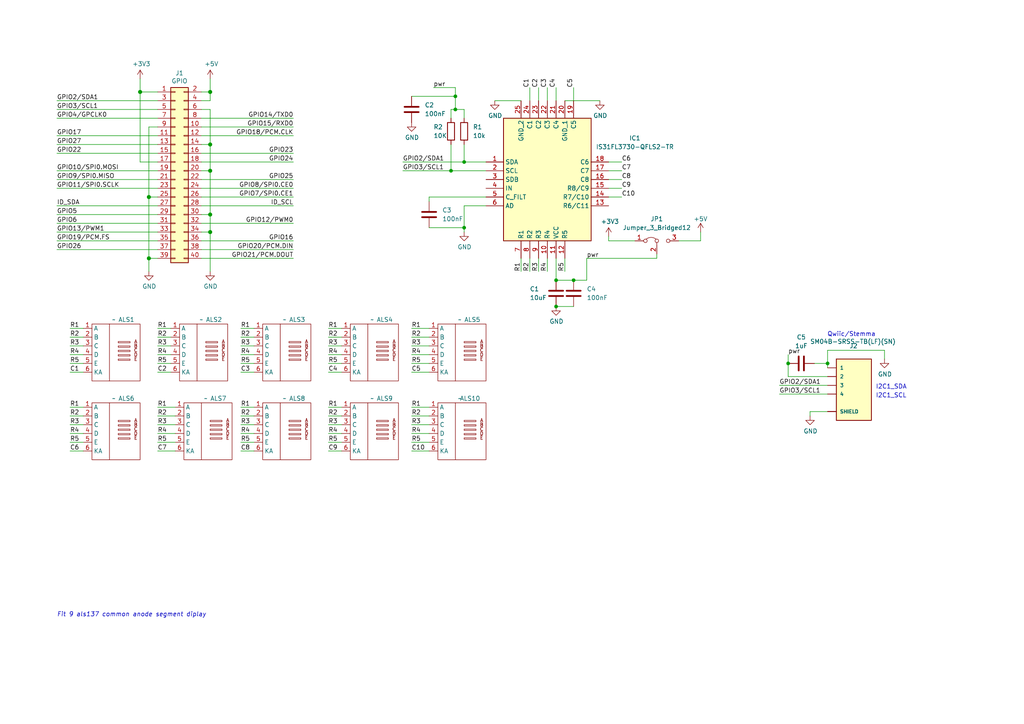
<source format=kicad_sch>
(kicad_sch (version 20230121) (generator eeschema)
  (paper "A4")
  (lib_symbols
    (symbol "Connector_Generic:Conn_02x20_Odd_Even" (pin_names (offset 1.016) hide)
      (property "Reference" "J" (at 1.27 25.4 0))
      (property "Value" "Conn_02x20_Odd_Even" (at 1.27 -27.94 0))
      (symbol "Conn_02x20_Odd_Even_1_1"
        (rectangle (start -1.27 -25.273) (end 0 -25.527) (stroke (width 0.1524)))
        (rectangle (start -1.27 -22.733) (end 0 -22.987) (stroke (width 0.1524)))
        (rectangle (start -1.27 -20.193) (end 0 -20.447) (stroke (width 0.1524)))
        (rectangle (start -1.27 -17.653) (end 0 -17.907) (stroke (width 0.1524)))
        (rectangle (start -1.27 -15.113) (end 0 -15.367) (stroke (width 0.1524)))
        (rectangle (start -1.27 -12.573) (end 0 -12.827) (stroke (width 0.1524)))
        (rectangle (start -1.27 -10.033) (end 0 -10.287) (stroke (width 0.1524)))
        (rectangle (start -1.27 -7.493) (end 0 -7.747) (stroke (width 0.1524)))
        (rectangle (start -1.27 -4.953) (end 0 -5.207) (stroke (width 0.1524)))
        (rectangle (start -1.27 -2.413) (end 0 -2.667) (stroke (width 0.1524)))
        (rectangle (start -1.27 0.127) (end 0 -0.127) (stroke (width 0.1524)))
        (rectangle (start -1.27 2.667) (end 0 2.413) (stroke (width 0.1524)))
        (rectangle (start -1.27 5.207) (end 0 4.953) (stroke (width 0.1524)))
        (rectangle (start -1.27 7.747) (end 0 7.493) (stroke (width 0.1524)))
        (rectangle (start -1.27 10.287) (end 0 10.033) (stroke (width 0.1524)))
        (rectangle (start -1.27 12.827) (end 0 12.573) (stroke (width 0.1524)))
        (rectangle (start -1.27 15.367) (end 0 15.113) (stroke (width 0.1524)))
        (rectangle (start -1.27 17.907) (end 0 17.653) (stroke (width 0.1524)))
        (rectangle (start -1.27 20.447) (end 0 20.193) (stroke (width 0.1524)))
        (rectangle (start -1.27 22.987) (end 0 22.733) (stroke (width 0.1524)))
        (rectangle (start -1.27 24.13) (end 3.81 -26.67) (stroke (width 0.254)) (fill (type background)))
        (rectangle (start 3.81 -25.273) (end 2.54 -25.527) (stroke (width 0.1524)))
        (rectangle (start 3.81 -22.733) (end 2.54 -22.987) (stroke (width 0.1524)))
        (rectangle (start 3.81 -20.193) (end 2.54 -20.447) (stroke (width 0.1524)))
        (rectangle (start 3.81 -17.653) (end 2.54 -17.907) (stroke (width 0.1524)))
        (rectangle (start 3.81 -15.113) (end 2.54 -15.367) (stroke (width 0.1524)))
        (rectangle (start 3.81 -12.573) (end 2.54 -12.827) (stroke (width 0.1524)))
        (rectangle (start 3.81 -10.033) (end 2.54 -10.287) (stroke (width 0.1524)))
        (rectangle (start 3.81 -7.493) (end 2.54 -7.747) (stroke (width 0.1524)))
        (rectangle (start 3.81 -4.953) (end 2.54 -5.207) (stroke (width 0.1524)))
        (rectangle (start 3.81 -2.413) (end 2.54 -2.667) (stroke (width 0.1524)))
        (rectangle (start 3.81 0.127) (end 2.54 -0.127) (stroke (width 0.1524)))
        (rectangle (start 3.81 2.667) (end 2.54 2.413) (stroke (width 0.1524)))
        (rectangle (start 3.81 5.207) (end 2.54 4.953) (stroke (width 0.1524)))
        (rectangle (start 3.81 7.747) (end 2.54 7.493) (stroke (width 0.1524)))
        (rectangle (start 3.81 10.287) (end 2.54 10.033) (stroke (width 0.1524)))
        (rectangle (start 3.81 12.827) (end 2.54 12.573) (stroke (width 0.1524)))
        (rectangle (start 3.81 15.367) (end 2.54 15.113) (stroke (width 0.1524)))
        (rectangle (start 3.81 17.907) (end 2.54 17.653) (stroke (width 0.1524)))
        (rectangle (start 3.81 20.447) (end 2.54 20.193) (stroke (width 0.1524)))
        (rectangle (start 3.81 22.987) (end 2.54 22.733) (stroke (width 0.1524)))
        (pin passive line (at -5.08 22.86 0) (length 3.81) (name "Pin_1") (number "1"))
        (pin passive line (at 7.62 12.7 180) (length 3.81) (name "Pin_10") (number "10"))
        (pin passive line (at -5.08 10.16 0) (length 3.81) (name "Pin_11") (number "11"))
        (pin passive line (at 7.62 10.16 180) (length 3.81) (name "Pin_12") (number "12"))
        (pin passive line (at -5.08 7.62 0) (length 3.81) (name "Pin_13") (number "13"))
        (pin passive line (at 7.62 7.62 180) (length 3.81) (name "Pin_14") (number "14"))
        (pin passive line (at -5.08 5.08 0) (length 3.81) (name "Pin_15") (number "15"))
        (pin passive line (at 7.62 5.08 180) (length 3.81) (name "Pin_16") (number "16"))
        (pin passive line (at -5.08 2.54 0) (length 3.81) (name "Pin_17") (number "17"))
        (pin passive line (at 7.62 2.54 180) (length 3.81) (name "Pin_18") (number "18"))
        (pin passive line (at -5.08 0 0) (length 3.81) (name "Pin_19") (number "19"))
        (pin passive line (at 7.62 22.86 180) (length 3.81) (name "Pin_2") (number "2"))
        (pin passive line (at 7.62 0 180) (length 3.81) (name "Pin_20") (number "20"))
        (pin passive line (at -5.08 -2.54 0) (length 3.81) (name "Pin_21") (number "21"))
        (pin passive line (at 7.62 -2.54 180) (length 3.81) (name "Pin_22") (number "22"))
        (pin passive line (at -5.08 -5.08 0) (length 3.81) (name "Pin_23") (number "23"))
        (pin passive line (at 7.62 -5.08 180) (length 3.81) (name "Pin_24") (number "24"))
        (pin passive line (at -5.08 -7.62 0) (length 3.81) (name "Pin_25") (number "25"))
        (pin passive line (at 7.62 -7.62 180) (length 3.81) (name "Pin_26") (number "26"))
        (pin passive line (at -5.08 -10.16 0) (length 3.81) (name "Pin_27") (number "27"))
        (pin passive line (at 7.62 -10.16 180) (length 3.81) (name "Pin_28") (number "28"))
        (pin passive line (at -5.08 -12.7 0) (length 3.81) (name "Pin_29") (number "29"))
        (pin passive line (at -5.08 20.32 0) (length 3.81) (name "Pin_3") (number "3"))
        (pin passive line (at 7.62 -12.7 180) (length 3.81) (name "Pin_30") (number "30"))
        (pin passive line (at -5.08 -15.24 0) (length 3.81) (name "Pin_31") (number "31"))
        (pin passive line (at 7.62 -15.24 180) (length 3.81) (name "Pin_32") (number "32"))
        (pin passive line (at -5.08 -17.78 0) (length 3.81) (name "Pin_33") (number "33"))
        (pin passive line (at 7.62 -17.78 180) (length 3.81) (name "Pin_34") (number "34"))
        (pin passive line (at -5.08 -20.32 0) (length 3.81) (name "Pin_35") (number "35"))
        (pin passive line (at 7.62 -20.32 180) (length 3.81) (name "Pin_36") (number "36"))
        (pin passive line (at -5.08 -22.86 0) (length 3.81) (name "Pin_37") (number "37"))
        (pin passive line (at 7.62 -22.86 180) (length 3.81) (name "Pin_38") (number "38"))
        (pin passive line (at -5.08 -25.4 0) (length 3.81) (name "Pin_39") (number "39"))
        (pin passive line (at 7.62 20.32 180) (length 3.81) (name "Pin_4") (number "4"))
        (pin passive line (at 7.62 -25.4 180) (length 3.81) (name "Pin_40") (number "40"))
        (pin passive line (at -5.08 17.78 0) (length 3.81) (name "Pin_5") (number "5"))
        (pin passive line (at 7.62 17.78 180) (length 3.81) (name "Pin_6") (number "6"))
        (pin passive line (at -5.08 15.24 0) (length 3.81) (name "Pin_7") (number "7"))
        (pin passive line (at 7.62 15.24 180) (length 3.81) (name "Pin_8") (number "8"))
        (pin passive line (at -5.08 12.7 0) (length 3.81) (name "Pin_9") (number "9"))
      )
    )
    (symbol "Device:C" (pin_numbers hide) (pin_names (offset 0.254))
      (property "Reference" "C" (at 0.635 2.54 0))
      (property "Value" "C" (at 0.635 -2.54 0))
      (symbol "C_0_1"
        (polyline (pts (xy -2.032 -0.762) (xy 2.032 -0.762)) (stroke (width 0.508)))
        (polyline (pts (xy -2.032 0.762) (xy 2.032 0.762)) (stroke (width 0.508)))
      )
      (symbol "C_1_1"
        (pin passive line (at 0 3.81 270) (length 2.794) (name "~") (number "1"))
        (pin passive line (at 0 -3.81 90) (length 2.794) (name "~") (number "2"))
      )
    )
    (symbol "Device:R" (pin_numbers hide) (pin_names (offset 0))
      (property "Reference" "R" (at 2.032 0 90))
      (property "Value" "R" (at 0 0 90))
      (symbol "R_0_1"
        (rectangle (start -1.016 -2.54) (end 1.016 2.54) (stroke (width 0.254)))
      )
      (symbol "R_1_1"
        (pin passive line (at 0 3.81 270) (length 1.27) (name "~") (number "1"))
        (pin passive line (at 0 -3.81 90) (length 1.27) (name "~") (number "2"))
      )
    )
    (symbol "Jumper:Jumper_3_Bridged12" (pin_names (offset 0) hide)
      (property "Reference" "JP" (at -2.54 -2.54 0))
      (property "Value" "Jumper_3_Bridged12" (at 0 2.794 0))
      (symbol "Jumper_3_Bridged12_0_0"
        (circle (center -3.302 0) (radius 0.508))
        (circle (center 0 0) (radius 0.508))
        (circle (center 3.302 0) (radius 0.508))
      )
      (symbol "Jumper_3_Bridged12_0_1"
        (arc (start -0.254 0.508) (mid -1.651 0.9912) (end -3.048 0.508))
        (polyline (pts (xy 0 -1.27) (xy 0 -0.508)))
      )
      (symbol "Jumper_3_Bridged12_1_1"
        (pin passive line (at -6.35 0 0) (length 2.54) (name "A") (number "1"))
        (pin passive line (at 0 -3.81 90) (length 2.54) (name "C") (number "2"))
        (pin passive line (at 6.35 0 180) (length 2.54) (name "B") (number "3"))
      )
    )
    (symbol "LTP-305G:IS31FL3730-QFLS2-TR"
      (property "Reference" "IC" (at 31.75 17.78 0))
      (property "Value" "IS31FL3730-QFLS2-TR" (at 31.75 15.24 0))
      (symbol "IS31FL3730-QFLS2-TR_1_1"
        (rectangle (start 5.08 12.7) (end 30.48 -22.86) (stroke (width 0.254)) (fill (type background)))
        (pin passive line (at 0 0 0) (length 5.08) (name "SDA") (number "1"))
        (pin passive line (at 17.78 -27.94 90) (length 5.08) (name "R4") (number "10"))
        (pin passive line (at 20.32 -27.94 90) (length 5.08) (name "VCC") (number "11"))
        (pin passive line (at 22.86 -27.94 90) (length 5.08) (name "R5") (number "12"))
        (pin passive line (at 35.56 -12.7 180) (length 5.08) (name "R6/C11") (number "13"))
        (pin passive line (at 35.56 -10.16 180) (length 5.08) (name "R7/C10") (number "14"))
        (pin passive line (at 35.56 -7.62 180) (length 5.08) (name "R8/C9") (number "15"))
        (pin passive line (at 35.56 -5.08 180) (length 5.08) (name "C8") (number "16"))
        (pin passive line (at 35.56 -2.54 180) (length 5.08) (name "C7") (number "17"))
        (pin passive line (at 35.56 0 180) (length 5.08) (name "C6") (number "18"))
        (pin passive line (at 25.4 17.78 270) (length 5.08) (name "C5") (number "19"))
        (pin passive line (at 0 -2.54 0) (length 5.08) (name "SCL") (number "2"))
        (pin passive line (at 22.86 17.78 270) (length 5.08) (name "GND_1") (number "20"))
        (pin passive line (at 20.32 17.78 270) (length 5.08) (name "C4") (number "21"))
        (pin passive line (at 17.78 17.78 270) (length 5.08) (name "C3") (number "22"))
        (pin passive line (at 15.24 17.78 270) (length 5.08) (name "C2") (number "23"))
        (pin passive line (at 12.7 17.78 270) (length 5.08) (name "C1") (number "24"))
        (pin passive line (at 10.16 17.78 270) (length 5.08) (name "GND_2") (number "25"))
        (pin passive line (at 0 -5.08 0) (length 5.08) (name "SDB") (number "3"))
        (pin passive line (at 0 -7.62 0) (length 5.08) (name "IN") (number "4"))
        (pin passive line (at 0 -10.16 0) (length 5.08) (name "C_FILT") (number "5"))
        (pin passive line (at 0 -12.7 0) (length 5.08) (name "AD") (number "6"))
        (pin passive line (at 10.16 -27.94 90) (length 5.08) (name "R1") (number "7"))
        (pin passive line (at 12.7 -27.94 90) (length 5.08) (name "R2") (number "8"))
        (pin passive line (at 15.24 -27.94 90) (length 5.08) (name "R3") (number "9"))
      )
    )
    (symbol "LTP-305G:als317"
      (property "Reference" "ALS317" (at 0 0 0))
      (symbol "als317_0_1"
        (rectangle (start -6.35 -1.27) (end 7.62 -17.78))
        (polyline (pts (xy -1.27 -1.27) (xy -1.27 -17.78)))
        (rectangle (start 1.27 -11.43) (end 4.699 -11.811))
        (rectangle (start 1.27 -10.16) (end 4.699 -10.541))
        (rectangle (start 1.27 -8.89) (end 4.699 -9.271))
        (rectangle (start 1.27 -7.62) (end 4.699 -8.001))
        (rectangle (start 1.27 -6.35) (end 4.699 -6.731))
      )
      (symbol "als317_1_0"
        (text "A" (at 6.35 -6.35 0) (effects (font (size 1 1))))
        (text "B" (at 6.35 -7.62 0) (effects (font (size 1 1))))
        (text "C" (at 6.35 -8.89 0) (effects (font (size 1 1))))
        (text "D" (at 6.35 -10.16 0) (effects (font (size 1 1))))
        (text "E" (at 6.35 -11.43 0) (effects (font (size 1 1))))
      )
      (symbol "als317_1_1"
        (pin input line (at -8.89 -2.54 0) (length 2.54) (name "A") (number "1"))
        (pin input line (at -8.89 -5.08 0) (length 2.54) (name "B") (number "2"))
        (pin input line (at -8.89 -7.62 0) (length 2.54) (name "C") (number "3"))
        (pin input line (at -8.89 -10.16 0) (length 2.54) (name "D") (number "4"))
        (pin input line (at -8.89 -12.7 0) (length 2.54) (name "E") (number "5"))
        (pin input line (at -8.89 -15.24 0) (length 2.54) (name "KA") (number "6"))
      )
    )
    (symbol "SM04B-SRSS-TB_LF__SN_:SM04B-SRSS-TB(LF)(SN)" (pin_numbers hide) (pin_names (offset 1.016))
      (property "Reference" "J" (at -5.08 8.1534 0))
      (property "Value" "SM04B-SRSS-TB(LF)(SN)" (at -5.08 -11.9634 0))
      (symbol "SM04B-SRSS-TB(LF)(SN)_0_0"
        (rectangle (start -5.08 -10.16) (end 5.08 7.62) (stroke (width 0.254)) (fill (type background)))
        (pin passive line (at -7.62 5.08 0) (length 2.54) (name "1") (number "1"))
        (pin passive line (at -7.62 2.54 0) (length 2.54) (name "2") (number "2"))
        (pin passive line (at -7.62 0 0) (length 2.54) (name "3") (number "3"))
        (pin passive line (at -7.62 -2.54 0) (length 2.54) (name "4") (number "4"))
        (pin passive line (at -7.62 -7.62 0) (length 2.54) (name "SHIELD") (number "S1"))
        (pin passive line (at -7.62 -7.62 0) (length 2.54) (name "SHIELD") (number "S2"))
      )
    )
    (symbol "power:+3.3V" (power) (pin_names (offset 0))
      (property "Value" "+3.3V" (at 0 3.556 0))
      (symbol "+3.3V_0_1"
        (polyline (pts (xy -0.762 1.27) (xy 0 2.54)))
        (polyline (pts (xy 0 0) (xy 0 2.54)))
        (polyline (pts (xy 0 2.54) (xy 0.762 1.27)))
      )
      (symbol "+3.3V_1_1"
        (pin power_in line (at 0 0 90) (length 0) hide (name "+3V3") (number "1"))
      )
    )
    (symbol "power:+5V" (power) (pin_names (offset 0))
      (property "Value" "+5V" (at 0 3.556 0))
      (symbol "+5V_0_1"
        (polyline (pts (xy -0.762 1.27) (xy 0 2.54)))
        (polyline (pts (xy 0 0) (xy 0 2.54)))
        (polyline (pts (xy 0 2.54) (xy 0.762 1.27)))
      )
      (symbol "+5V_1_1"
        (pin power_in line (at 0 0 90) (length 0) hide (name "+5V") (number "1"))
      )
    )
    (symbol "power:GND" (power) (pin_names (offset 0))
      (property "Value" "GND" (at 0 -3.81 0))
      (symbol "GND_0_1"
        (polyline (pts (xy 0 0) (xy 0 -1.27) (xy 1.27 -1.27) (xy 0 -2.54) (xy -1.27 -1.27) (xy 0 -1.27)))
      )
      (symbol "GND_1_1"
        (pin power_in line (at 0 0 270) (length 0) hide (name "GND") (number "1"))
      )
    )
  )
  (junction (at 130.81 49.53))
  (junction (at 134.62 46.99))
  (junction (at 43.18 57.15) (diameter 1.016))
  (junction (at 60.96 62.23) (diameter 1.016))
  (junction (at 43.18 74.93) (diameter 1.016))
  (junction (at 134.62 66.04))
  (junction (at 60.96 49.53) (diameter 1.016))
  (junction (at 132.08 27.94))
  (junction (at 40.64 26.67) (diameter 1.016))
  (junction (at 132.08 31.75))
  (junction (at 60.96 41.91) (diameter 1.016))
  (junction (at 228.6 105.41))
  (junction (at 161.29 81.28))
  (junction (at 240.03 105.41))
  (junction (at 60.96 26.67) (diameter 1.016))
  (junction (at 60.96 67.31) (diameter 1.016))
  (junction (at 161.29 88.9))
  (junction (at 166.37 81.28))
  (wire (pts (xy 158.75 74.93) (xy 158.75 78.74)))
  (wire (pts (xy 176.53 68.58) (xy 176.53 69.85)))
  (wire (pts (xy 119.38 130.81) (xy 124.46 130.81)))
  (wire (pts (xy 240.03 109.22) (xy 228.6 109.22)))
  (wire (pts (xy 45.72 102.87) (xy 49.53 102.87)))
  (wire (pts (xy 60.96 41.91) (xy 60.96 49.53)))
  (wire (pts (xy 20.32 123.19) (xy 24.13 123.19)))
  (wire (pts (xy 176.53 49.53) (xy 180.34 49.53)))
  (wire (pts (xy 58.42 72.39) (xy 85.09 72.39)))
  (wire (pts (xy 236.22 105.41) (xy 240.03 105.41)))
  (wire (pts (xy 45.72 118.11) (xy 50.8 118.11)))
  (wire (pts (xy 45.72 49.53) (xy 16.51 49.53)))
  (wire (pts (xy 134.62 46.99) (xy 140.97 46.99)))
  (wire (pts (xy 40.64 26.67) (xy 45.72 26.67)))
  (wire (pts (xy 20.32 120.65) (xy 24.13 120.65)))
  (wire (pts (xy 234.95 119.38) (xy 234.95 120.65)))
  (wire (pts (xy 134.62 66.04) (xy 134.62 59.69)))
  (wire (pts (xy 161.29 25.4) (xy 161.29 29.21)))
  (wire (pts (xy 58.42 34.29) (xy 85.09 34.29)))
  (wire (pts (xy 240.03 105.41) (xy 240.03 106.68)))
  (wire (pts (xy 240.03 101.6) (xy 240.03 105.41)))
  (wire (pts (xy 170.18 74.93) (xy 170.18 81.28)))
  (wire (pts (xy 170.18 74.93) (xy 190.5 74.93)))
  (wire (pts (xy 45.72 125.73) (xy 50.8 125.73)))
  (wire (pts (xy 60.96 22.86) (xy 60.96 26.67)))
  (wire (pts (xy 161.29 81.28) (xy 161.29 74.93)))
  (wire (pts (xy 69.85 125.73) (xy 73.66 125.73)))
  (wire (pts (xy 132.08 27.94) (xy 132.08 31.75)))
  (wire (pts (xy 58.42 54.61) (xy 85.09 54.61)))
  (wire (pts (xy 45.72 123.19) (xy 50.8 123.19)))
  (wire (pts (xy 69.85 95.25) (xy 73.66 95.25)))
  (wire (pts (xy 20.32 95.25) (xy 24.13 95.25)))
  (wire (pts (xy 95.25 130.81) (xy 99.06 130.81)))
  (wire (pts (xy 45.72 130.81) (xy 50.8 130.81)))
  (wire (pts (xy 158.75 25.4) (xy 158.75 29.21)))
  (wire (pts (xy 60.96 29.21) (xy 58.42 29.21)))
  (wire (pts (xy 16.51 44.45) (xy 45.72 44.45)))
  (wire (pts (xy 58.42 57.15) (xy 85.09 57.15)))
  (wire (pts (xy 176.53 69.85) (xy 184.15 69.85)))
  (wire (pts (xy 45.72 105.41) (xy 49.53 105.41)))
  (wire (pts (xy 16.51 72.39) (xy 45.72 72.39)))
  (wire (pts (xy 256.54 104.14) (xy 256.54 101.6)))
  (wire (pts (xy 58.42 64.77) (xy 85.09 64.77)))
  (wire (pts (xy 60.96 49.53) (xy 60.96 62.23)))
  (wire (pts (xy 40.64 22.86) (xy 40.64 26.67)))
  (wire (pts (xy 176.53 57.15) (xy 180.34 57.15)))
  (wire (pts (xy 58.42 46.99) (xy 85.09 46.99)))
  (wire (pts (xy 134.62 41.91) (xy 134.62 46.99)))
  (wire (pts (xy 95.25 120.65) (xy 99.06 120.65)))
  (wire (pts (xy 228.6 105.41) (xy 228.6 109.22)))
  (wire (pts (xy 116.84 46.99) (xy 134.62 46.99)))
  (wire (pts (xy 60.96 67.31) (xy 58.42 67.31)))
  (wire (pts (xy 40.64 26.67) (xy 40.64 46.99)))
  (wire (pts (xy 134.62 31.75) (xy 132.08 31.75)))
  (wire (pts (xy 226.06 111.76) (xy 240.03 111.76)))
  (wire (pts (xy 58.42 69.85) (xy 85.09 69.85)))
  (wire (pts (xy 16.51 52.07) (xy 45.72 52.07)))
  (wire (pts (xy 69.85 107.95) (xy 73.66 107.95)))
  (wire (pts (xy 119.38 27.94) (xy 132.08 27.94)))
  (wire (pts (xy 43.18 74.93) (xy 45.72 74.93)))
  (wire (pts (xy 166.37 81.28) (xy 170.18 81.28)))
  (wire (pts (xy 95.25 102.87) (xy 99.06 102.87)))
  (wire (pts (xy 45.72 100.33) (xy 49.53 100.33)))
  (wire (pts (xy 95.25 105.41) (xy 99.06 105.41)))
  (wire (pts (xy 20.32 107.95) (xy 24.13 107.95)))
  (wire (pts (xy 119.38 95.25) (xy 124.46 95.25)))
  (wire (pts (xy 176.53 52.07) (xy 180.34 52.07)))
  (wire (pts (xy 58.42 44.45) (xy 85.09 44.45)))
  (wire (pts (xy 156.21 25.4) (xy 156.21 29.21)))
  (wire (pts (xy 16.51 69.85) (xy 45.72 69.85)))
  (wire (pts (xy 45.72 120.65) (xy 50.8 120.65)))
  (wire (pts (xy 58.42 59.69) (xy 85.09 59.69)))
  (wire (pts (xy 69.85 102.87) (xy 73.66 102.87)))
  (wire (pts (xy 143.51 29.21) (xy 151.13 29.21)))
  (wire (pts (xy 43.18 74.93) (xy 43.18 78.74)))
  (wire (pts (xy 95.25 97.79) (xy 99.06 97.79)))
  (wire (pts (xy 176.53 54.61) (xy 180.34 54.61)))
  (wire (pts (xy 116.84 49.53) (xy 130.81 49.53)))
  (wire (pts (xy 176.53 46.99) (xy 180.34 46.99)))
  (wire (pts (xy 130.81 31.75) (xy 132.08 31.75)))
  (wire (pts (xy 163.83 29.21) (xy 173.99 29.21)))
  (wire (pts (xy 45.72 128.27) (xy 50.8 128.27)))
  (wire (pts (xy 58.42 36.83) (xy 85.09 36.83)))
  (wire (pts (xy 119.38 97.79) (xy 124.46 97.79)))
  (wire (pts (xy 58.42 74.93) (xy 85.09 74.93)))
  (wire (pts (xy 119.38 125.73) (xy 124.46 125.73)))
  (wire (pts (xy 60.96 62.23) (xy 60.96 67.31)))
  (wire (pts (xy 95.25 128.27) (xy 99.06 128.27)))
  (wire (pts (xy 95.25 123.19) (xy 99.06 123.19)))
  (wire (pts (xy 60.96 49.53) (xy 58.42 49.53)))
  (wire (pts (xy 134.62 34.29) (xy 134.62 31.75)))
  (wire (pts (xy 69.85 128.27) (xy 73.66 128.27)))
  (wire (pts (xy 69.85 118.11) (xy 73.66 118.11)))
  (wire (pts (xy 166.37 25.4) (xy 166.37 29.21)))
  (wire (pts (xy 226.06 114.3) (xy 240.03 114.3)))
  (wire (pts (xy 20.32 102.87) (xy 24.13 102.87)))
  (wire (pts (xy 60.96 26.67) (xy 60.96 29.21)))
  (wire (pts (xy 43.18 57.15) (xy 43.18 74.93)))
  (wire (pts (xy 60.96 26.67) (xy 58.42 26.67)))
  (wire (pts (xy 45.72 67.31) (xy 16.51 67.31)))
  (wire (pts (xy 16.51 62.23) (xy 45.72 62.23)))
  (wire (pts (xy 256.54 101.6) (xy 240.03 101.6)))
  (wire (pts (xy 130.81 49.53) (xy 140.97 49.53)))
  (wire (pts (xy 60.96 31.75) (xy 58.42 31.75)))
  (wire (pts (xy 60.96 62.23) (xy 58.42 62.23)))
  (wire (pts (xy 119.38 100.33) (xy 124.46 100.33)))
  (wire (pts (xy 163.83 74.93) (xy 163.83 78.74)))
  (wire (pts (xy 132.08 25.4) (xy 132.08 27.94)))
  (wire (pts (xy 60.96 41.91) (xy 58.42 41.91)))
  (wire (pts (xy 130.81 34.29) (xy 130.81 31.75)))
  (wire (pts (xy 124.46 57.15) (xy 124.46 58.42)))
  (wire (pts (xy 16.51 64.77) (xy 45.72 64.77)))
  (wire (pts (xy 95.25 107.95) (xy 99.06 107.95)))
  (wire (pts (xy 69.85 105.41) (xy 73.66 105.41)))
  (wire (pts (xy 20.32 105.41) (xy 24.13 105.41)))
  (wire (pts (xy 16.51 41.91) (xy 45.72 41.91)))
  (wire (pts (xy 16.51 34.29) (xy 45.72 34.29)))
  (wire (pts (xy 119.38 107.95) (xy 124.46 107.95)))
  (wire (pts (xy 153.67 74.93) (xy 153.67 78.74)))
  (wire (pts (xy 60.96 67.31) (xy 60.96 78.74)))
  (wire (pts (xy 60.96 31.75) (xy 60.96 41.91)))
  (wire (pts (xy 45.72 39.37) (xy 16.51 39.37)))
  (wire (pts (xy 20.32 130.81) (xy 24.13 130.81)))
  (wire (pts (xy 156.21 74.93) (xy 156.21 78.74)))
  (wire (pts (xy 95.25 125.73) (xy 99.06 125.73)))
  (wire (pts (xy 69.85 123.19) (xy 73.66 123.19)))
  (wire (pts (xy 95.25 100.33) (xy 99.06 100.33)))
  (wire (pts (xy 20.32 97.79) (xy 24.13 97.79)))
  (wire (pts (xy 20.32 100.33) (xy 24.13 100.33)))
  (wire (pts (xy 58.42 52.07) (xy 85.09 52.07)))
  (wire (pts (xy 45.72 59.69) (xy 16.51 59.69)))
  (wire (pts (xy 20.32 125.73) (xy 24.13 125.73)))
  (wire (pts (xy 45.72 95.25) (xy 49.53 95.25)))
  (wire (pts (xy 203.2 69.85) (xy 196.85 69.85)))
  (wire (pts (xy 20.32 128.27) (xy 24.13 128.27)))
  (wire (pts (xy 134.62 59.69) (xy 140.97 59.69)))
  (wire (pts (xy 134.62 67.31) (xy 134.62 66.04)))
  (wire (pts (xy 43.18 36.83) (xy 45.72 36.83)))
  (wire (pts (xy 119.38 102.87) (xy 124.46 102.87)))
  (wire (pts (xy 45.72 97.79) (xy 49.53 97.79)))
  (wire (pts (xy 240.03 119.38) (xy 234.95 119.38)))
  (wire (pts (xy 190.5 73.66) (xy 190.5 74.93)))
  (wire (pts (xy 40.64 46.99) (xy 45.72 46.99)))
  (wire (pts (xy 124.46 66.04) (xy 134.62 66.04)))
  (wire (pts (xy 16.51 31.75) (xy 45.72 31.75)))
  (wire (pts (xy 119.38 105.41) (xy 124.46 105.41)))
  (wire (pts (xy 119.38 120.65) (xy 124.46 120.65)))
  (wire (pts (xy 43.18 36.83) (xy 43.18 57.15)))
  (wire (pts (xy 69.85 97.79) (xy 73.66 97.79)))
  (wire (pts (xy 45.72 107.95) (xy 49.53 107.95)))
  (wire (pts (xy 228.6 102.87) (xy 228.6 105.41)))
  (wire (pts (xy 95.25 118.11) (xy 99.06 118.11)))
  (wire (pts (xy 45.72 29.21) (xy 16.51 29.21)))
  (wire (pts (xy 95.25 95.25) (xy 99.06 95.25)))
  (wire (pts (xy 140.97 57.15) (xy 124.46 57.15)))
  (wire (pts (xy 119.38 123.19) (xy 124.46 123.19)))
  (wire (pts (xy 119.38 118.11) (xy 124.46 118.11)))
  (wire (pts (xy 119.38 128.27) (xy 124.46 128.27)))
  (wire (pts (xy 69.85 120.65) (xy 73.66 120.65)))
  (wire (pts (xy 153.67 25.4) (xy 153.67 29.21)))
  (wire (pts (xy 43.18 57.15) (xy 45.72 57.15)))
  (wire (pts (xy 16.51 54.61) (xy 45.72 54.61)))
  (wire (pts (xy 69.85 100.33) (xy 73.66 100.33)))
  (wire (pts (xy 203.2 67.31) (xy 203.2 69.85)))
  (wire (pts (xy 69.85 130.81) (xy 73.66 130.81)))
  (wire (pts (xy 151.13 74.93) (xy 151.13 78.74)))
  (wire (pts (xy 166.37 81.28) (xy 161.29 81.28)))
  (wire (pts (xy 58.42 39.37) (xy 85.09 39.37)))
  (wire (pts (xy 161.29 88.9) (xy 166.37 88.9)))
  (wire (pts (xy 20.32 118.11) (xy 24.13 118.11)))
  (wire (pts (xy 130.81 41.91) (xy 130.81 49.53)))
  (wire (pts (xy 132.08 25.4) (xy 125.73 25.4)))
  (text "Qwiic/Stemma" (at 254 97.79 0) (effects (font (size 1.27 1.27)) (justify right bottom)))
  (text "I2C1_SCL" (at 254 115.57 0) (effects (font (size 1.27 1.27)) (justify left bottom)))
  (text "Fit 9 als137 common anode segment diplay\n" (at 16.51 179.07 0) (effects (font (size 1.27 1.27) italic) (justify left bottom)))
  (text "I2C1_SDA" (at 254 113.03 0) (effects (font (size 1.27 1.27)) (justify left bottom)))
  (label "R3" (at 156.21 78.74 90))
  (label "C4" (at 95.25 107.95 0))
  (label "C6" (at 20.32 130.81 0))
  (label "GPIO12{slash}PWM0" (at 85.09 64.77 180))
  (label "R3" (at 119.38 100.33 0))
  (label "GPIO3{slash}SCL1" (at 16.51 31.75 0))
  (label "pwr" (at 170.18 74.93 0))
  (label "R2" (at 45.72 120.65 0))
  (label "GPIO17" (at 16.51 39.37 0))
  (label "GPIO19{slash}PCM.FS" (at 16.51 69.85 0))
  (label "C10" (at 119.38 130.81 0))
  (label "R5" (at 163.83 78.74 90))
  (label "GPIO15{slash}RXD0" (at 85.09 36.83 180))
  (label "GPIO9{slash}SPI0.MISO" (at 16.51 52.07 0))
  (label "R1" (at 20.32 95.25 0))
  (label "R1" (at 45.72 118.11 0))
  (label "GPIO8{slash}SPI0.CE0" (at 85.09 54.61 180))
  (label "R2" (at 69.85 97.79 0))
  (label "R1" (at 151.13 78.74 90))
  (label "C2" (at 156.21 25.4 90))
  (label "C3" (at 158.75 25.4 90))
  (label "R5" (at 45.72 105.41 0))
  (label "R5" (at 119.38 105.41 0))
  (label "ID_SCL" (at 85.09 59.69 180))
  (label "R2" (at 95.25 120.65 0))
  (label "GPIO2{slash}SDA1" (at 226.06 111.76 0))
  (label "R2" (at 20.32 120.65 0))
  (label "GPIO27" (at 16.51 41.91 0))
  (label "R1" (at 69.85 118.11 0))
  (label "C4" (at 161.29 25.4 90))
  (label "R4" (at 20.32 102.87 0))
  (label "R1" (at 119.38 95.25 0))
  (label "C7" (at 180.34 49.53 0))
  (label "C7" (at 45.72 130.81 0))
  (label "GPIO21{slash}PCM.DOUT" (at 85.09 74.93 180))
  (label "C2" (at 45.72 107.95 0))
  (label "C1" (at 20.32 107.95 0))
  (label "R4" (at 119.38 125.73 0))
  (label "R3" (at 45.72 100.33 0))
  (label "R5" (at 119.38 128.27 0))
  (label "GPIO5" (at 16.51 62.23 0))
  (label "R4" (at 119.38 102.87 0))
  (label "R4" (at 69.85 102.87 0))
  (label "R5" (at 20.32 128.27 0))
  (label "GPIO2{slash}SDA1" (at 16.51 29.21 0))
  (label "C5" (at 119.38 107.95 0))
  (label "R1" (at 95.25 95.25 0))
  (label "R1" (at 20.32 118.11 0))
  (label "GPIO13{slash}PWM1" (at 16.51 67.31 0))
  (label "R5" (at 95.25 128.27 0))
  (label "R1" (at 45.72 95.25 0))
  (label "GPIO24" (at 85.09 46.99 180))
  (label "C9" (at 95.25 130.81 0))
  (label "GPIO22" (at 16.51 44.45 0))
  (label "C1" (at 153.67 25.4 90))
  (label "GPIO26" (at 16.51 72.39 0))
  (label "GPIO3{slash}SCL1" (at 116.84 49.53 0))
  (label "R4" (at 20.32 125.73 0))
  (label "R5" (at 69.85 105.41 0))
  (label "R3" (at 45.72 123.19 0))
  (label "GPIO20{slash}PCM.DIN" (at 85.09 72.39 180))
  (label "GPIO14{slash}TXD0" (at 85.09 34.29 180))
  (label "R1" (at 119.38 118.11 0))
  (label "C6" (at 180.34 46.99 0))
  (label "C5" (at 166.37 25.4 90))
  (label "R2" (at 95.25 97.79 0))
  (label "GPIO25" (at 85.09 52.07 180))
  (label "R3" (at 69.85 123.19 0))
  (label "R5" (at 95.25 105.41 0))
  (label "C10" (at 180.34 57.15 0))
  (label "R2" (at 153.67 78.74 90))
  (label "R2" (at 20.32 97.79 0))
  (label "C3" (at 69.85 107.95 0))
  (label "GPIO18{slash}PCM.CLK" (at 85.09 39.37 180))
  (label "GPIO4{slash}GPCLK0" (at 16.51 34.29 0))
  (label "C8" (at 69.85 130.81 0))
  (label "R5" (at 45.72 128.27 0))
  (label "R3" (at 95.25 123.19 0))
  (label "pwr" (at 125.73 25.4 0))
  (label "R5" (at 69.85 128.27 0))
  (label "R1" (at 69.85 95.25 0))
  (label "R2" (at 69.85 120.65 0))
  (label "R4" (at 158.75 78.74 90))
  (label "R1" (at 95.25 118.11 0))
  (label "R2" (at 45.72 97.79 0))
  (label "R3" (at 119.38 123.19 0))
  (label "pwr" (at 228.6 102.87 0))
  (label "GPIO6" (at 16.51 64.77 0))
  (label "R4" (at 45.72 102.87 0))
  (label "GPIO11{slash}SPI0.SCLK" (at 16.51 54.61 0))
  (label "R4" (at 69.85 125.73 0))
  (label "R4" (at 45.72 125.73 0))
  (label "R3" (at 20.32 123.19 0))
  (label "GPIO2{slash}SDA1" (at 116.84 46.99 0))
  (label "R3" (at 69.85 100.33 0))
  (label "R2" (at 119.38 97.79 0))
  (label "R4" (at 95.25 102.87 0))
  (label "C9" (at 180.34 54.61 0))
  (label "C8" (at 180.34 52.07 0))
  (label "GPIO3{slash}SCL1" (at 226.06 114.3 0))
  (label "ID_SDA" (at 16.51 59.69 0))
  (label "GPIO7{slash}SPI0.CE1" (at 85.09 57.15 180))
  (label "R5" (at 20.32 105.41 0))
  (label "GPIO16" (at 85.09 69.85 180))
  (label "R2" (at 119.38 120.65 0))
  (label "GPIO10{slash}SPI0.MOSI" (at 16.51 49.53 0))
  (label "GPIO23" (at 85.09 44.45 180))
  (label "R3" (at 20.32 100.33 0))
  (label "R3" (at 95.25 100.33 0))
  (label "R4" (at 95.25 125.73 0))
  (symbol (lib_id "LTP-305G:als317") (at 33.02 92.71 0) (unit 1)
    (property "Reference" "ALS1" (at 34.29 92.71 0) (effects (justify left)))
    (property "Value" "~" (at 33.02 92.71 0))
    (property "Footprint" "LTP-305G:als317" (effects hide))
  )
  (symbol (lib_id "power:GND") (at 173.99 29.21 0) (unit 1)
    (property "Reference" "#PWR06" (effects hide))
    (property "Value" "GND" (at 174.1043 33.5344 0))
  )
  (symbol (lib_id "power:+3.3V") (at 176.53 68.58 0) (unit 1)
    (property "Reference" "#PWR08" (effects hide))
    (property "Value" "+3.3V" (at 176.8983 64.2556 0))
  )
  (symbol (lib_id "power:GND") (at 143.51 29.21 0) (unit 1)
    (property "Reference" "#PWR05" (effects hide))
    (property "Value" "GND" (at 143.6243 33.5344 0))
  )
  (symbol (lib_id "Jumper:Jumper_3_Bridged12") (at 190.5 69.85 0) (unit 1)
    (property "Reference" "JP1" (at 190.5 63.5 0))
    (property "Value" "Jumper_3_Bridged12" (at 190.5 66.04 0))
    (property "Footprint" "Jumper:SolderJumper-3_P1.3mm_Bridged12_Pad1.0x1.5mm" (effects hide))
  )
  (symbol (lib_id "power:GND") (at 234.95 120.65 0) (unit 1)
    (property "Reference" "#PWR013" (effects hide))
    (property "Value" "GND" (at 235.077 125.0442 0))
  )
  (symbol (lib_id "LTP-305G:als317") (at 107.95 92.71 0) (unit 1)
    (property "Reference" "ALS4" (at 109.22 92.71 0) (effects (justify left)))
    (property "Value" "~" (at 107.95 92.71 0))
    (property "Footprint" "LTP-305G:als317" (effects hide))
  )
  (symbol (lib_id "Device:C") (at 161.29 85.09 0) (unit 1)
    (property "Reference" "C1" (at 153.67 83.82 0) (effects (justify left)))
    (property "Value" "10uF" (at 153.67 86.36 0) (effects (justify left)))
    (property "Footprint" "Capacitor_SMD:C_0805_2012Metric" (effects hide))
  )
  (symbol (lib_id "Device:R") (at 134.62 38.1 0) (unit 1)
    (property "Reference" "R1" (at 137.16 36.83 0) (effects (justify left)))
    (property "Value" "10k" (at 137.16 39.37 0) (effects (justify left)))
    (property "Footprint" "Resistor_SMD:R_0603_1608Metric_Pad0.98x0.95mm_HandSolder" (effects hide))
  )
  (symbol (lib_id "LTP-305G:IS31FL3730-QFLS2-TR") (at 140.97 46.99 0) (unit 1)
    (property "Reference" "IC1" (at 184.15 40.0619 0))
    (property "Value" "IS31FL3730-QFLS2-TR" (at 184.15 42.6019 0))
    (property "Footprint" "LTP-305G:QFN50P400X400X80-25N-D" (effects hide))
    (property "Datasheet" "https://datasheet.datasheetarchive.com/originals/distributors/Datasheets_SAMA/dda06efa2f4f978ba7f6756b4dc9018b.pdf" (effects hide))
    (property "Height" "0.8" (effects hide))
    (property "Manufacturer_Name" "Integrated Silicon Solution Inc." (effects hide))
    (property "Manufacturer_Part_Number" "IS31FL3730-QFLS2-TR" (effects hide))
    (property "Mouser Part Number" "870-IS31FL3730QFLS2R" (effects hide))
    (property "Mouser Price/Stock" "https://www.mouser.com/Search/Refine.aspx?Keyword=870-IS31FL3730QFLS2R" (effects hide))
    (property "Arrow Part Number" "IS31FL3730-QFLS2-TR" (effects hide))
    (property "Arrow Price/Stock" "https://www.arrow.com/en/products/is31fl3730-qfls2-tr/integrated-silicon-solution-inc" (effects hide))
  )
  (symbol (lib_id "LTP-305G:als317") (at 82.55 115.57 0) (unit 1)
    (property "Reference" "ALS8" (at 83.82 115.57 0) (effects (justify left)))
    (property "Value" "~" (at 82.55 115.57 0))
    (property "Footprint" "LTP-305G:als317" (effects hide))
  )
  (symbol (lib_id "LTP-305G:als317") (at 133.35 92.71 0) (unit 1)
    (property "Reference" "ALS5" (at 134.62 92.71 0) (effects (justify left)))
    (property "Value" "~" (at 133.35 92.71 0))
    (property "Footprint" "LTP-305G:als317" (effects hide))
  )
  (symbol (lib_id "Device:C") (at 119.38 31.75 0) (unit 1)
    (property "Reference" "C2" (at 123.19 30.48 0) (effects (justify left)))
    (property "Value" "100nF" (at 123.19 33.02 0) (effects (justify left)))
    (property "Footprint" "Capacitor_SMD:C_0603_1608Metric_Pad1.08x0.95mm_HandSolder" (effects hide))
  )
  (symbol (lib_id "power:+5V") (at 60.96 22.86 0) (unit 1)
    (property "Reference" "#PWR03" (effects hide))
    (property "Value" "+5V" (at 61.3283 18.5356 0))
  )
  (symbol (lib_id "power:GND") (at 60.96 78.74 0) (unit 1)
    (property "Reference" "#PWR04" (effects hide))
    (property "Value" "GND" (at 61.0743 83.0644 0))
  )
  (symbol (lib_id "Connector_Generic:Conn_02x20_Odd_Even") (at 50.8 49.53 0) (unit 1)
    (property "Reference" "J1" (at 52.07 21.1898 0))
    (property "Value" "GPIO" (at 52.07 23.495 0))
    (property "Footprint" "Connector_PinSocket_2.54mm:PinSocket_2x20_P2.54mm_Vertical" (effects hide))
  )
  (symbol (lib_id "power:+3.3V") (at 40.64 22.86 0) (unit 1)
    (property "Reference" "#PWR01" (effects hide))
    (property "Value" "+3.3V" (at 41.0083 18.5356 0))
  )
  (symbol (lib_id "power:GND") (at 43.18 78.74 0) (unit 1)
    (property "Reference" "#PWR02" (effects hide))
    (property "Value" "GND" (at 43.2943 83.0644 0))
  )
  (symbol (lib_id "Device:C") (at 232.41 105.41 90) (unit 1)
    (property "Reference" "C5" (at 232.41 97.79 90))
    (property "Value" "1uF" (at 232.41 100.33 90))
    (property "Footprint" "Capacitor_SMD:C_1210_3225Metric_Pad1.33x2.70mm_HandSolder" (effects hide))
  )
  (symbol (lib_id "LTP-305G:als317") (at 107.95 115.57 0) (unit 1)
    (property "Reference" "ALS9" (at 109.22 115.57 0) (effects (justify left)))
    (property "Value" "~" (at 107.95 115.57 0))
    (property "Footprint" "LTP-305G:als317" (effects hide))
  )
  (symbol (lib_id "Device:C") (at 124.46 62.23 0) (unit 1)
    (property "Reference" "C3" (at 128.27 60.96 0) (effects (justify left)))
    (property "Value" "100nF" (at 128.27 63.5 0) (effects (justify left)))
    (property "Footprint" "Capacitor_SMD:C_0603_1608Metric_Pad1.08x0.95mm_HandSolder" (effects hide))
  )
  (symbol (lib_id "power:GND") (at 161.29 88.9 0) (unit 1)
    (property "Reference" "#PWR09" (effects hide))
    (property "Value" "GND" (at 161.4043 93.2244 0))
  )
  (symbol (lib_id "Device:C") (at 166.37 85.09 0) (unit 1)
    (property "Reference" "C4" (at 170.18 83.82 0) (effects (justify left)))
    (property "Value" "100nF" (at 170.18 86.36 0) (effects (justify left)))
    (property "Footprint" "Capacitor_SMD:C_0603_1608Metric_Pad1.08x0.95mm_HandSolder" (effects hide))
  )
  (symbol (lib_id "power:GND") (at 134.62 67.31 0) (unit 1)
    (property "Reference" "#PWR07" (effects hide))
    (property "Value" "GND" (at 134.7343 71.6344 0))
  )
  (symbol (lib_id "LTP-305G:als317") (at 33.02 115.57 0) (unit 1)
    (property "Reference" "ALS6" (at 34.29 115.57 0) (effects (justify left)))
    (property "Value" "~" (at 33.02 115.57 0))
    (property "Footprint" "LTP-305G:als317" (effects hide))
  )
  (symbol (lib_id "Device:R") (at 130.81 38.1 0) (unit 1)
    (property "Reference" "R2" (at 125.73 36.83 0) (effects (justify left)))
    (property "Value" "10K" (at 125.73 39.37 0) (effects (justify left)))
    (property "Footprint" "Resistor_SMD:R_0603_1608Metric_Pad0.98x0.95mm_HandSolder" (effects hide))
  )
  (symbol (lib_id "power:GND") (at 119.38 35.56 0) (unit 1)
    (property "Reference" "#PWR011" (effects hide))
    (property "Value" "GND" (at 119.4943 39.8844 0))
  )
  (symbol (lib_id "LTP-305G:als317") (at 82.55 92.71 0) (unit 1)
    (property "Reference" "ALS3" (at 83.82 92.71 0) (effects (justify left)))
    (property "Value" "~" (at 82.55 92.71 0))
    (property "Footprint" "LTP-305G:als317" (effects hide))
  )
  (symbol (lib_id "power:+5V") (at 203.2 67.31 0) (unit 1)
    (property "Reference" "#PWR010" (effects hide))
    (property "Value" "+5V" (at 203.2 63.5 0))
  )
  (symbol (lib_id "power:GND") (at 256.54 104.14 0) (unit 1)
    (property "Reference" "#PWR012" (effects hide))
    (property "Value" "GND" (at 256.667 108.5342 0))
  )
  (symbol (lib_id "LTP-305G:als317") (at 58.42 92.71 0) (unit 1)
    (property "Reference" "ALS2" (at 59.69 92.71 0) (effects (justify left)))
    (property "Value" "~" (at 58.42 92.71 0))
    (property "Footprint" "LTP-305G:als317" (effects hide))
  )
  (symbol (lib_id "SM04B-SRSS-TB_LF__SN_:SM04B-SRSS-TB(LF)(SN)") (at 247.65 111.76 0) (unit 1)
    (property "Reference" "J2" (at 246.38 100.33 0) (effects (justify left)))
    (property "Value" "SM04B-SRSS-TB(LF)(SN)" (at 234.95 99.06 0) (effects (justify left)))
    (property "Footprint" "LTP-305G:JST_SM04B-SRSS-TB(LF)(SN)" (effects hide))
    (property "STANDARD" "Manufacturer recommendations" (effects hide))
    (property "Manufacturer" "JST Sales America Inc." (effects hide))
    (property "MPN" "SM04B-SRSS-TB(LF)(SN)" (effects hide))
    (property "Digi-Key_PN" "455-1804-1-ND" (effects hide))
  )
  (symbol (lib_id "LTP-305G:als317") (at 59.69 115.57 0) (unit 1)
    (property "Reference" "ALS7" (at 60.96 115.57 0) (effects (justify left)))
    (property "Value" "~" (at 59.69 115.57 0))
    (property "Footprint" "LTP-305G:als317" (effects hide))
  )
  (symbol (lib_id "LTP-305G:als317") (at 133.35 115.57 0) (unit 1)
    (property "Reference" "ALS10" (at 133.35 115.57 0) (effects (justify left)))
    (property "Value" "~" (at 133.35 115.57 0))
    (property "Footprint" "LTP-305G:als317" (effects hide))
  )
)
</source>
